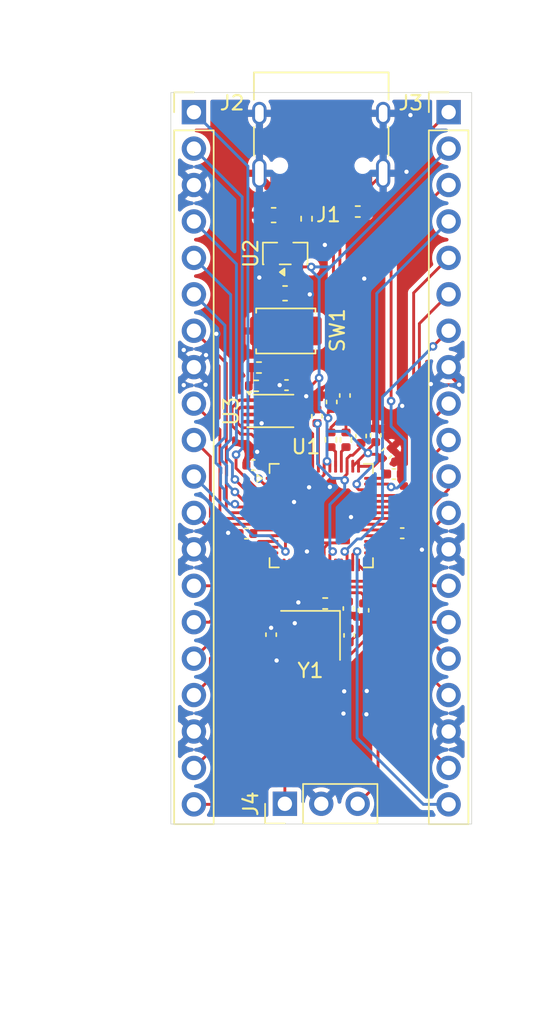
<source format=kicad_pcb>
(kicad_pcb (version 20241229) (generator "pcbnew") (generator_version "9.0")
  (layers (0 "F.Cu" signal) (2 "B.Cu" signal) (13 "F.Paste" user) (15 "B.Paste" user) (5 "F.SilkS" user "F.Silkscreen") (7 "B.SilkS" user "B.Silkscreen") (1 "F.Mask" user) (3 "B.Mask" user) (25 "Edge.Cuts" user))
  (net 0 "")
  (net 1 "+3V3")
  (net 2 "GND")
  (net 3 "+1V1")
  (net 4 "VBUS")
  (net 5 "Net-(C15-Pad2)")
  (net 6 "XIN")
  (net 7 "USB_D-")
  (net 8 "USB_D+")
  (net 9 "Net-(J1-CC2)")
  (net 10 "Net-(J1-CC1)")
  (net 11 "GPIO15")
  (net 12 "GPIO9")
  (net 13 "GPIO0")
  (net 14 "GPIO12")
  (net 15 "GPIO3")
  (net 16 "GPIO14")
  (net 17 "GPIO4")
  (net 18 "GPIO1")
  (net 19 "GPIO2")
  (net 20 "GPIO10")
  (net 21 "GPIO6")
  (net 22 "GPIO11")
  (net 23 "GPIO13")
  (net 24 "GPIO5")
  (net 25 "GPIO8")
  (net 26 "GPIO7")
  (net 27 "GPIO24")
  (net 28 "RUN")
  (net 29 "GPIO26_ADC0")
  (net 30 "GPIO21")
  (net 31 "GPIO29_ADC3")
  (net 32 "GPIO23")
  (net 33 "GPIO20")
  (net 34 "GPIO19")
  (net 35 "GPIO17")
  (net 36 "GPIO22")
  (net 37 "GPIO25")
  (net 38 "GPIO18")
  (net 39 "GPIO27_ADC1")
  (net 40 "GPIO28_ADC2")
  (net 41 "SWD")
  (net 42 "SWCLK")
  (net 43 "Net-(U1-USB_DP)")
  (net 44 "Net-(U1-USB_DM)")
  (net 45 "XOUT")
  (net 46 "Net-(R6-Pad1)")
  (net 47 "QSPI_SS")
  (net 48 "QSPI_SD3")
  (net 49 "QSPI_SCLK")
  (net 50 "QSPI_SD1")
  (net 51 "QSPI_SD2")
  (net 52 "QSPI_SD0")
  (net 53 "GPIO16")
  (footprint "Package_SON:Winbond_USON-8-1EP_3x2mm_P0.5mm_EP0.2x1.6mm" (layer "F.Cu") (at 75.15 80.3)
    (property "Reference" "U3")
    (property "Value" "W25Q128JVS")
  )
  (footprint "Capacitor_SMD:C_0402_1005Metric" (layer "F.Cu") (at 83.775 84.7)
    (property "Reference" "C7" (hide yes))
    (property "Value" "0.1uF")
  )
  (footprint "Button_Switch_SMD:SW_Push_SPST_NO_Alps_SKRK" (layer "F.Cu") (at 76.225 74.725)
    (property "Reference" "SW1")
    (property "Value" "SW_Push")
  )
  (footprint "Connector_PinHeader_2.54mm:PinHeader_1x20_P2.54mm_Vertical" (layer "F.Cu") (at 69.81 59.47)
    (property "Reference" "J2")
    (property "Value" "Conn_01x20")
  )
  (footprint "Capacitor_SMD:C_0603_1608Metric" (layer "F.Cu") (at 76.175 72.1 180)
    (property "Reference" "C13" (hide yes))
    (property "Value" "10uF")
  )
  (footprint "Capacitor_SMD:C_0402_1005Metric" (layer "F.Cu") (at 84.35 88.825)
    (property "Reference" "C17" (hide yes))
    (property "Value" "0.1uF")
  )
  (footprint "Resistor_SMD:R_0402_1005Metric" (layer "F.Cu") (at 79.375 82.3125 -90)
    (property "Reference" "R3" (hide yes))
    (property "Value" "27")
  )
  (footprint "Resistor_SMD:R_0402_1005Metric" (layer "F.Cu") (at 78.975 93.725)
    (property "Reference" "R5" (hide yes))
    (property "Value" "1K")
  )
  (footprint "Connector_PinHeader_2.54mm:PinHeader_1x03_P2.54mm_Vertical" (layer "F.Cu") (at 76.16 107.69 90)
    (property "Reference" "J4")
    (property "Value" "Conn_01x03")
  )
  (footprint "Capacitor_SMD:C_0402_1005Metric" (layer "F.Cu") (at 81.475 82.05 90)
    (property "Reference" "C12" (hide yes))
    (property "Value" "0.1uF")
  )
  (footprint "Resistor_SMD:R_0402_1005Metric" (layer "F.Cu") (at 81.25 66.4 180)
    (property "Reference" "R1" (hide yes))
    (property "Value" "5.1K")
  )
  (footprint "Resistor_SMD:R_0402_1005Metric" (layer "F.Cu") (at 74.15 78.55 180)
    (property "Reference" "R7" (hide yes))
    (property "Value" "10K")
  )
  (footprint "Capacitor_SMD:C_0402_1005Metric" (layer "F.Cu") (at 78.4 80.67 90)
    (property "Reference" "C11" (hide yes))
    (property "Value" "0.1uF")
  )
  (footprint "Package_DFN_QFN:QFN-56-1EP_7x7mm_P0.4mm_EP3.2x3.2mm" (layer "F.Cu") (at 78.7 87.6)
    (property "Reference" "U1")
    (property "Value" "RP2040")
  )
  (footprint "Resistor_SMD:R_0402_1005Metric" (layer "F.Cu") (at 74.35 77.275 180)
    (property "Reference" "R6" (hide yes))
    (property "Value" "1K")
  )
  (footprint "Capacitor_SMD:C_0402_1005Metric" (layer "F.Cu") (at 82.5 81.995 90)
    (property "Reference" "C4" (hide yes))
    (property "Value" "0.1uF")
  )
  (footprint "Capacitor_SMD:C_0402_1005Metric" (layer "F.Cu") (at 76.275 78.5 180)
    (property "Reference" "C1" (hide yes))
    (property "Value" "0.1uF")
  )
  (footprint "Capacitor_SMD:C_0402_1005Metric" (layer "F.Cu") (at 79.425 79.675 90)
    (property "Reference" "C6" (hide yes))
    (property "Value" "0.1uF")
  )
  (footprint "Connector_PinHeader_2.54mm:PinHeader_1x20_P2.54mm_Vertical" (layer "F.Cu") (at 87.59 59.47)
    (property "Reference" "J3")
    (property "Value" "Conn_01x20")
  )
  (footprint "Resistor_SMD:R_0402_1005Metric" (layer "F.Cu") (at 77.675 66.9 90)
    (property "Reference" "R2" (hide yes))
    (property "Value" "5.1K")
  )
  (footprint "Package_TO_SOT_SMD:SOT-23" (layer "F.Cu") (at 76.185 69.3225 90)
    (property "Reference" "U2")
    (property "Value" "MCP1700x-300xxTT")
  )
  (footprint "Capacitor_SMD:C_0402_1005Metric" (layer "F.Cu") (at 75.2 95.9 -90)
    (property "Reference" "C16" (hide yes))
    (property "Value" "33pF")
  )
  (footprint "Capacitor_SMD:C_0402_1005Metric" (layer "F.Cu") (at 83.275 83.25 45)
    (property "Reference" "C2" (hide yes))
    (property "Value" "0.1uF")
  )
  (footprint "Resistor_SMD:R_0402_1005Metric" (layer "F.Cu") (at 80.425 82.3125 90)
    (property "Reference" "R4" (hide yes))
    (property "Value" "27")
  )
  (footprint "Crystal:Crystal_SMD_3225-4Pin_3.2x2.5mm" (layer "F.Cu") (at 77.95 95.95 180)
    (property "Reference" "Y1")
    (property "Value" "12 MHz")
  )
  (footprint "Connector_USB:USB_C_Receptacle_HRO_TYPE-C-31-M-12" (layer "F.Cu") (at 78.7 60.6 180)
    (property "Reference" "J1")
    (property "Value" "USB_C_Receptacle_USB2.0_14P")
  )
  (footprint "Capacitor_SMD:C_0402_1005Metric" (layer "F.Cu") (at 80.35 79.225 90)
    (property "Reference" "C3" (hide yes))
    (property "Value" "0.1uF")
  )
  (footprint "Capacitor_SMD:C_0402_1005Metric" (layer "F.Cu") (at 73.95 84.075 180)
    (property "Reference" "C5" (hide yes))
    (property "Value" "0.1uF")
  )
  (footprint "Capacitor_SMD:C_0402_1005Metric" (layer "F.Cu") (at 73.475 88.85 180)
    (property "Reference" "C8" (hide yes))
    (property "Value" "0.1uF")
  )
  (footprint "Capacitor_SMD:C_0603_1608Metric" (layer "F.Cu") (at 75.375 66.65 180)
    (property "Reference" "C14" (hide yes))
    (property "Value" "10uF")
  )
  (footprint "Capacitor_SMD:C_0402_1005Metric" (layer "F.Cu") (at 81.65 94.2 -90)
    (property "Reference" "C10" (hide yes))
    (property "Value" "0.1uF")
  )
  (footprint "Capacitor_SMD:C_0402_1005Metric" (layer "F.Cu") (at 80.65 95.95 90)
    (property "Reference" "C15" (hide yes))
    (property "Value" "33pF")
  )
  (footprint "Capacitor_SMD:C_0402_1005Metric" (layer "F.Cu") (at 80.6 94.075 -90)
    (property "Reference" "C9" (hide yes))
    (property "Value" "0.1uF")
  )
  (gr_rect (start 68.2 58.1) (end 89.2 109.1) (stroke (width 0.05)) (fill no) (layer "Edge.Cuts"))
  (segment (start 75.2625 88.6) (end 75.825 88.6) (width 0.2) (layer "F.Cu") (net 1))
  (segment (start 82.1375 88.6) (end 83.545 88.6) (width 0.2) (layer "F.Cu") (net 1))
  (segment (start 75.2625 84.9075) (end 74.43 84.075) (width 0.2) (layer "F.Cu") (net 1))
  (segment (start 79.9 80.155) (end 80.35 79.705) (width 0.2) (layer "F.Cu") (net 1))
  (segment (start 79.3 84.007289) (end 79.1 83.807289) (width 0.2) (layer "F.Cu") (net 1))
  (segment (start 78.225 89.5) (end 79.199 89.5) (width 0.2) (layer "F.Cu") (net 1))
  (segment (start 81.9625 83.2375) (end 81.825 83.2375) (width 0.2) (layer "F.Cu") (net 1))
  (segment (start 75.975 85) (end 75.2625 85) (width 0.2) (layer "F.Cu") (net 1))
  (segment (start 78.9 84.1625) (end 78.9 84.75) (width 0.2) (layer "F.Cu") (net 1))
  (segment (start 75.321 77.889) (end 74.66 78.55) (width 0.2) (layer "F.Cu") (net 1))
  (segment (start 79.178223 80.401777) (end 79.425 80.155) (width 0.2) (layer "F.Cu") (net 1))
  (segment (start 78.9 84.1625) (end 78.9 84.007289) (width 0.2) (layer "F.Cu") (net 1))
  (segment (start 76 88.425) (end 76 85.325) (width 0.2) (layer "F.Cu") (net 1))
  (segment (start 81.3 84.1625) (end 82.3625 84.1625) (width 0.2) (layer "F.Cu") (net 1))
  (segment (start 76.240975 88.599) (end 76.60212 88.960145) (width 0.2) (layer "F.Cu") (net 1))
  (segment (start 82.935589 84.340589) (end 83.295 84.7) (width 0.2) (layer "F.Cu") (net 1))
  (segment (start 76.60212 88.960145) (end 76.60212 89.35212) (width 0.2) (layer "F.Cu") (net 1))
  (segment (start 80.601 89.049) (end 81.05 88.6) (width 0.2) (layer "F.Cu") (net 1))
  (segment (start 81.29375 83.76875) (end 80.9 84.1625) (width 0.2) (layer "F.Cu") (net 1))
  (segment (start 82.05 83.325) (end 82.45 83.325) (width 0.2) (layer "F.Cu") (net 1))
  (segment (start 79.425 80.155) (end 79.9 80.155) (width 0.2) (layer "F.Cu") (net 1))
  (segment (start 78.225 89.5) (end 78.9 90.175) (width 0.2) (layer "F.Cu") (net 1))
  (segment (start 81.3 84.1625) (end 81.3 83.775) (width 0.2) (layer "F.Cu") (net 1))
  (segment (start 75.2625 85) (end 75.2625 84.9075) (width 0.2) (layer "F.Cu") (net 1))
  (segment (start 76.755 78.5) (end 76.755 79.37) (width 0.2) (layer "F.Cu") (net 1))
  (segment (start 81.9625 83.2375) (end 81.9625 83.0125) (width 0.2) (layer "F.Cu") (net 1))
  (segment (start 81.3 83.775) (end 81.29375 83.76875) (width 0.2) (layer "F.Cu") (net 1))
  (segment (start 74.205 88.6) (end 73.955 88.85) (width 0.2) (layer "F.Cu") (net 1))
  (segment (start 75.825 88.6) (end 76 88.425) (width 0.2) (layer "F.Cu") (net 1))
  (segment (start 75.2625 88.6) (end 74.205 88.6) (width 0.2) (layer "F.Cu") (net 1))
  (segment (start 81.9625 83.0125) (end 82.5 82.475) (width 0.2) (layer "F.Cu") (net 1))
  (segment (start 78.05 78.5) (end 76.755 78.5) (width 0.2) (layer "F.Cu") (net 1))
  (segment (start 81.05 88.6) (end 82.1375 88.6) (width 0.2) (layer "F.Cu") (net 1))
  (segment (start 78.9 84.007289) (end 79.1 83.807289) (width 0.2) (layer "F.Cu") (net 1))
  (segment (start 79.3 84.1625) (end 79.3 84.007289) (width 0.2) (layer "F.Cu") (net 1))
  (segment (start 76.95 71.425) (end 76.95 72.1) (width 0.2) (layer "F.Cu") (net 1))
  (segment (start 80.601 89.501) (end 80.601 89.049) (width 0.2) (layer "F.Cu") (net 1))
  (segment (start 78 70.26) (end 77.135 70.26) (width 0.2) (layer "F.Cu") (net 1))
  (segment (start 77.135 71.24) (end 76.95 71.425) (width 0.2) (layer "F.Cu") (net 1))
  (segment (start 76 88.425) (end 76.174 88.599) (width 0.2) (layer "F.Cu") (net 1))
  (segment (start 76.15 85) (end 75.975 85) (width 0.2) (layer "F.Cu") (net 1))
  (segment (start 82.1375 85) (end 82.995 85) (width 0.2) (layer "F.Cu") (net 1))
  (segment (start 76.755 78.5) (end 76.144 77.889) (width 0.2) (layer "F.Cu") (net 1))
  (segment (start 78.9 90.175) (end 78.9 91.0375) (width 0.2) (layer "F.Cu") (net 1))
  (segment (start 76.75 89.5) (end 78.225 89.5) (width 0.2) (layer "F.Cu") (net 1))
  (segment (start 82.3625 84.1625) (end 82.935589 83.589411) (width 0.2) (layer "F.Cu") (net 1))
  (segment (start 81.825 83.2375) (end 81.29375 83.76875) (width 0.2) (layer "F.Cu") (net 1))
  (segment (start 82.935589 83.589411) (end 82.935589 84.340589) (width 0.2) (layer "F.Cu") (net 1))
  (segment (start 80.9 84.1625) (end 80.9 83.8) (width 0.2) (layer "F.Cu") (net 1))
  (segment (start 76.60212 89.35212) (end 76.75 89.5) (width 0.2) (layer "F.Cu") (net 1))
  (segment (start 76.755 79.37) (end 76.575 79.55) (width 0.2) (layer "F.Cu") (net 1))
  (segment (start 79.80434 93.104) (end 80.29534 93.595) (width 0.2) (layer "F.Cu") (net 1))
  (segment (start 83.545 88.6) (end 83.82 88.875) (width 0.2) (layer "F.Cu") (net 1))
  (segment (start 82.995 85) (end 83.295 84.7) (width 0.2) (layer "F.Cu") (net 1))
  (segment (start 82.671178 83.325) (end 82.935589 83.589411) (width 0.2) (layer "F.Cu") (net 1))
  (segment (start 79.199 89.5) (end 79.2 89.501) (width 0.2) (layer "F.Cu") (net 1))
  (segment (start 81.9625 83.2375) (end 82.05 83.325) (width 0.2) (layer "F.Cu") (net 1))
  (segment (start 79.16566 93.104) (end 79.80434 93.104) (width 0.2) (layer "F.Cu") (net 1))
  (segment (start 78.9 90.175) (end 78.9 89.85) (width 0.2) (layer "F.Cu") (net 1))
  (segment (start 78.9 84.75) (end 78.65 85) (width 0.2) (layer "F.Cu") (net 1))
  (segment (start 79.2 89.501) (end 80.601 89.501) (width 0.2) (layer "F.Cu") (net 1))
  (segment (start 80.29534 93.595) (end 80.6 93.595) (width 0.2) (layer "F.Cu") (net 1))
  (segment (start 79.178223 80.803404) (end 79.178223 80.401777) (width 0.2) (layer "F.Cu") (net 1))
  (segment (start 76.325 85) (end 76.15 85) (width 0.2) (layer "F.Cu") (net 1))
  (segment (start 82.45 83.325) (end 82.671178 83.325) (width 0.2) (layer "F.Cu") (net 1))
  (segment (start 76 85.15) (end 76 85.025) (width 0.2) (layer "F.Cu") (net 1))
  (segment (start 76.174 88.599) (end 76.240975 88.599) (width 0.2) (layer "F.Cu") (net 1))
  (segment (start 76.144 77.889) (end 75.321 77.889) (width 0.2) (layer "F.Cu") (net 1))
  (segment (start 76 85.025) (end 75.975 85) (width 0.2) (layer "F.Cu") (net 1))
  (segment (start 78.65 85) (end 76.325 85) (width 0.2) (layer "F.Cu") (net 1))
  (segment (start 78.9 89.85) (end 79.25 89.5) (width 0.2) (layer "F.Cu") (net 1))
  (segment (start 76 85.325) (end 76 85.15) (width 0.2) (layer "F.Cu") (net 1))
  (segment (start 78.9 92.83834) (end 79.16566 93.104) (width 0.2) (layer "F.Cu") (net 1))
  (segment (start 78.55 78) (end 78.05 78.5) (width 0.2) (layer "F.Cu") (net 1))
  (segment (start 76 85.15) (end 76.15 85) (width 0.2) (layer "F.Cu") (net 1))
  (segment (start 77.135 70.26) (end 77.135 71.24) (width 0.2) (layer "F.Cu") (net 1))
  (segment (start 78.9 91.0375) (end 78.9 92.83834) (width 0.2) (layer "F.Cu") (net 1))
  (via (at 79.1 83.807289) (size 0.6) (drill 0.3) (layers "F.Cu" "B.Cu") (net 1))
  (via (at 78.55 78) (size 0.6) (drill 0.3) (layers "F.Cu" "B.Cu") (net 1))
  (via (at 79.178223 80.803404) (size 0.6) (drill 0.3) (layers "F.Cu" "B.Cu") (net 1))
  (via (at 78 70.26) (size 0.6) (drill 0.3) (layers "F.Cu" "B.Cu") (net 1))
  (via (at 81.9625 83.2375) (size 0.6) (drill 0.3) (layers "F.Cu" "B.Cu") (net 1))
  (segment (start 80.45 81.725) (end 79.1 81.725) (width 0.2) (layer "B.Cu") (net 1))
  (segment (start 79.299485 80.924485) (end 79.299485 80.858455) (width 0.2) (layer "B.Cu") (net 1))
  (segment (start 79.1 81.12397) (end 79.1 80.881627) (width 0.2) (layer "B.Cu") (net 1))
  (segment (start 78.55 80.175181) (end 79.178223 80.803404) (width 0.2) (layer "B.Cu") (net 1))
  (segment (start 78.55 70.26) (end 79.34 70.26) (width 0.2) (layer "B.Cu") (net 1))
  (segment (start 78.55 71.075) (end 78.55 80.175181) (width 0.2) (layer "B.Cu") (net 1))
  (segment (start 79.1 80.881627) (end 79.178223 80.803404) (width 0.2) (layer "B.Cu") (net 1))
  (segment (start 79.34 70.26) (end 87.59 62.01) (width 0.2) (layer "B.Cu") (net 1))
  (segment (start 79.1 81.725) (end 79.1 81.12397) (width 0.2) (layer "B.Cu") (net 1))
  (segment (start 79.1 83.807289) (end 79.1 81.725) (width 0.2) (layer "B.Cu") (net 1))
  (segment (start 78.55 71.075) (end 78.55 71.05) (width 0.2) (layer "B.Cu") (net 1))
  (segment (start 81.9625 83.2375) (end 80.45 81.725) (width 0.2) (layer "B.Cu") (net 1))
  (segment (start 78.55 71.05) (end 79.34 70.26) (width 0.2) (layer "B.Cu") (net 1))
  (segment (start 78 70.26) (end 78.55 70.26) (width 0.2) (layer "B.Cu") (net 1))
  (segment (start 78 70.5) (end 78 70.26) (width 0.2) (layer "B.Cu") (net 1))
  (segment (start 78.55 71.05) (end 78 70.5) (width 0.2) (layer "B.Cu") (net 1))
  (segment (start 72.995 88.85) (end 72.25 88.85) (width 0.2) (layer "F.Cu") (net 2))
  (segment (start 82.445 81.57) (end 82.5 81.515) (width 0.2) (layer "F.Cu") (net 2))
  (segment (start 81.525 94.555) (end 81.65 94.68) (width 0.2) (layer "F.Cu") (net 2))
  (segment (start 88.325 78.475) (end 86.4 78.475) (width 0.2) (layer "F.Cu") (net 2))
  (segment (start 74.457725 96.575275) (end 74.457725 96.162275) (width 0.2) (layer "F.Cu") (net 2))
  (segment (start 78.149 97.701) (end 75.58345 97.701) (width 0.2) (layer "F.Cu") (net 2))
  (segment (start 76.85 95.1) (end 75.52 95.1) (width 0.2) (layer "F.Cu") (net 2))
  (segment (start 81.475 81.57) (end 82.445 81.57) (width 0.2) (layer "F.Cu") (net 2))
  (segment (start 75.52 95.1) (end 75.2 95.42) (width 0.2) (layer "F.Cu") (net 2))
  (segment (start 75.58345 97.701) (end 74.457725 96.575275) (width 0.2) (layer "F.Cu") (net 2))
  (segment (start 81.95 66.21) (end 81.76 66.4) (width 0.2) (layer "F.Cu") (net 2))
  (segment (start 80.35 78.745) (end 79.875 78.745) (width 0.2) (layer "F.Cu") (net 2))
  (segment (start 86.415 78.425) (end 87.59 77.25) (width 0.2) (layer "F.Cu") (net 2))
  (segment (start 77.875 85.6) (end 77.875 85.5) (width 0.2) (layer "F.Cu") (net 2))
  (segment (start 80.28 96.8) (end 80.65 96.43) (width 0.2) (layer "F.Cu") (net 2))
  (segment (start 77.73 79.195) (end 77.65 79.275) (width 0.2) (layer "F.Cu") (net 2))
  (segment (start 80.6 94.555) (end 81.525 94.555) (width 0.2) (layer "F.Cu") (net 2))
  (segment (start 73.47 83.905) (end 74.225 83.15) (width 0.2) (layer "F.Cu") (net 2))
  (segment (start 78.4 80.025) (end 77.65 79.275) (width 0.2) (layer "F.Cu") (net 2))
  (segment (start 81.65 95.43) (end 80.65 96.43) (width 0.2) (layer "F.Cu") (net 2))
  (segment (start 74.5375 81.1625) (end 74.425 81.05) (width 0.2) (layer "F.Cu") (net 2))
  (segment (start 81.65 94.68) (end 81.65 95.43) (width 0.2) (layer "F.Cu") (net 2))
  (segment (start 84.255 83.551178) (end 83.614411 82.910589) (width 0.2) (layer "F.Cu") (net 2))
  (segment (start 82.105 64.645) (end 83.02 63.73) (width 0.2) (layer "F.Cu") (net 2))
  (segment (start 77.7 91.0375) (end 77.7 90.1) (width 0.2) (layer "F.Cu") (net 2))
  (segment (start 81.95 64.645) (end 81.95 66.21) (width 0.2) (layer "F.Cu") (net 2))
  (segment (start 75.45 64.645) (end 75.295 64.645) (width 0.2) (layer "F.Cu") (net 2))
  (segment (start 83.02 63.48) (end 83.02 63.73) (width 0.2) (layer "F.Cu") (net 2))
  (segment (start 74.38 63.73) (end 74.535 63.73) (width 0.2) (layer "F.Cu") (net 2))
  (segment (start 79.425 79.195) (end 77.73 79.195) (width 0.2) (layer "F.Cu") (net 2))
  (segment (start 84.255 84.7) (end 84.255 83.551178) (width 0.2) (layer "F.Cu") (net 2))
  (segment (start 83.614411 82.629411) (end 83.614411 82.910589) (width 0.2) (layer "F.Cu") (net 2))
  (segment (start 77.7 88.6) (end 78.7 87.6) (width 0.2) (layer "F.Cu") (net 2))
  (segment (start 74.38 63.73) (end 74.38 63.673992) (width 0.2) (layer "F.Cu") (net 2))
  (segment (start 81.95 64.645) (end 82.105 64.645) (width 0.2) (layer "F.Cu") (net 2))
  (segment (start 74.425 81.05) (end 73.725 81.05) (width 0.2) (layer "F.Cu") (net 2))
  (segment (start 74.457725 96.162275) (end 75.2 95.42) (width 0.2) (layer "F.Cu") (net 2))
  (segment (start 72.25 88.85) (end 72.2 88.8) (width 0.2) (layer "F.Cu") (net 2))
  (segment (start 73.47 84.075) (end 73.47 83.905) (width 0.2) (layer "F.Cu") (net 2))
  (segment (start 86.4 78.475) (end 86.35 78.425) (width 0.2) (layer "F.Cu") (net 2))
  (segment (start 87.59 77.25) (end 87.59 77.74) (width 0.2) (layer "F.Cu") (net 2))
  (segment (start 79.05 96.8) (end 80.28 96.8) (width 0.2) (layer "F.Cu") (net 2))
  (segment (start 78.4 80.19) (end 78.4 80.025) (width 0.2) (layer "F.Cu") (net 2))
  (segment (start 82.5 81.515) (end 83.614411 82.629411) (width 0.2) (layer "F.Cu") (net 2))
  (segment (start 79.05 96.8) (end 78.149 97.701) (width 0.2) (layer "F.Cu") (net 2))
  (segment (start 87.59 77.74) (end 88.325 78.475) (width 0.2) (layer "F.Cu") (net 2))
  (segment (start 86.35 78.425) (end 86.415 78.425) (width 0.2) (layer "F.Cu") (net 2))
  (segment (start 75.295 64.645) (end 74.38 63.73) (width 0.2) (layer "F.Cu") (net 2))
  (segment (start 79.875 78.745) (end 79.425 79.195) (width 0.2) (layer "F.Cu") (net 2))
  (segment (start 77.85 85.625) (end 77.875 85.6) (width 0.2) (layer "F.Cu") (net 2))
  (via (at 88.325 78.475) (size 0.6) (drill 0.3) (layers "F.Cu" "B.Cu") (net 2))
  (via (at 84.35 79.95) (size 0.6) (drill 0.3) (layers "F.Cu" "B.Cu") (net 2))
  (via (at 84.925 59.675) (size 0.6) (drill 0.3) (layers "F.Cu" "B.Cu") (net 2))
  (via (at 74.5375 81.1625) (size 0.6) (drill 0.3) (layers "F.Cu" "B.Cu") (net 2))
  (via (at 70.655 76.405) (size 0.6) (drill 0.3) (layers "F.Cu" "B.Cu") (net 2))
  (via (at 81.7 71.075) (size 0.6) (drill 0.3) (layers "F.Cu" "B.Cu") (net 2))
  (via (at 86.35 78.425) (size 0.6) (drill 0.3) (layers "F.Cu" "B.Cu") (net 2))
  (via (at 69.1 76.05) (size 0.6) (drill 0.3) (layers "F.Cu" "B.Cu") (net 2))
  (via (at 80.25 101.4) (size 0.6) (drill 0.3) (layers "F.Cu" "B.Cu") (net 2))
  (via (at 72.2 88.8) (size 0.6) (drill 0.3) (layers "F.Cu" "B.Cu") (net 2))
  (via (at 70.625 78.475) (size 0.6) (drill 0.3) (layers "F.Cu" "B.Cu") (net 2))
  (via (at 77.85 85.625) (size 0.6) (drill 0.3) (layers "F.Cu" "B.Cu") (net 2))
  (via (at 75.58345 97.701) (size 0.6) (drill 0.3) (layers "F.Cu" "B.Cu") (net 2))
  (via (at 76.8 86.65) (size 0.6) (drill 0.3) (layers "F.Cu" "B.Cu") (net 2))
  (via (at 80.3 99.85) (size 0.6) (drill 0.3) (layers "F.Cu" "B.Cu") (net 2))
  (via (at 74.375 71) (size 0.6) (drill 0.3) (layers "F.Cu" "B.Cu") (net 2))
  (via (at 69.1 78.5) (size 0.6) (drill 0.3) (layers "F.Cu" "B.Cu") (net 2))
  (via (at 74.225 83.15) (size 0.6) (drill 0.3) (layers "F.Cu" "B.Cu") (net 2))
  (via (at 77.9 72.175) (size 0.6) (drill 0.3) (layers "F.Cu" "B.Cu") (net 2))
  (via (at 81.85 101.45) (size 0.6) (drill 0.3) (layers "F.Cu" "B.Cu") (net 2))
  (via (at 77.7 90.1) (size 0.6) (drill 0.3) (layers "F.Cu" "B.Cu") (net 2))
  (via (at 77.65 79.275) (size 0.6) (drill 0.3) (layers "F.Cu" "B.Cu") (net 2))
  (via (at 81.875 99.825) (size 0.6) (drill 0.3) (layers "F.Cu" "B.Cu") (net 2))
  (via (at 71.375 74.925) (size 0.6) (drill 0.3) (layers "F.Cu" "B.Cu") (net 2))
  (via (at 84.65 63.625) (size 0.6) (drill 0.3) (layers "F.Cu" "B.Cu") (net 2))
  (via (at 85.725 89.975) (size 0.6) (drill 0.3) (layers "F.Cu" "B.Cu") (net 2))
  (via (at 78.95 68.725) (size 0.6) (drill 0.3) (layers "F.Cu" "B.Cu") (net 2))
  (via (at 77.1 93.65) (size 0.6) (drill 0.3) (layers "F.Cu" "B.Cu") (net 2))
  (via (at 76.85 95.1) (size 0.6) (drill 0.3) (layers "F.Cu" "B.Cu") (net 2))
  (via (at 75.2 95.42) (size 0.6) (drill 0.3) (layers "F.Cu" "B.Cu") (net 2))
  (via (at 75.795 78.5) (size 0.6) (drill 0.3) (layers "F.Cu" "B.Cu") (net 2))
  (via (at 79.3 85.6) (size 0.6) (drill 0.3) (layers "F.Cu" "B.Cu") (net 2))
  (via (at 80.775 87.7) (size 0.6) (drill 0.3) (layers "F.Cu" "B.Cu") (net 2))
  (segment (start 71.375 75.685) (end 71.375 74.925) (width 0.2) (layer "B.Cu") (net 2))
  (segment (start 70.655 76.405) (end 71.375 75.685) (width 0.2) (layer "B.Cu") (net 2))
  (segment (start 69.81 77.25) (end 70.655 76.405) (width 0.2) (layer "B.Cu") (net 2))
  (segment (start 80.5 84.1625) (end 80.5 83.6185) (width 0.2) (layer "F.Cu") (net 3))
  (segment (start 79.975 92.7) (end 80.25 92.975) (width 0.2) (layer "F.Cu") (net 3))
  (segment (start 80.891499 83.3935) (end 81.475 82.809999) (width 0.2) (layer "F.Cu") (net 3))
  (segment (start 80.25 92.975) (end 81.475 92.975) (width 0.2) (layer "F.Cu") (net 3))
  (segment (start 81.475 92.975) (end 81.65 93.15) (width 0.2) (layer "F.Cu") (net 3))
  (segment (start 80.335206 85.131745) (end 80.202461 84.999) (width 0.2) (layer "F.Cu") (net 3))
  (segment (start 79.5 90.122387) (end 79.3 90.322387) (width 0.2) (layer "F.Cu") (net 3))
  (segment (start 78.5 81.25) (end 78.5 84.1625) (width 0.2) (layer "F.Cu") (net 3))
  (segment (start 79.625 92.7) (end 79.975 92.7) (width 0.2) (layer "F.Cu") (net 3))
  (segment (start 80.725 83.3935) (end 80.891499 83.3935) (width 0.2) (layer "F.Cu") (net 3))
  (segment (start 81.4 82.555) (end 81.4 82.676) (width 0.2) (layer "F.Cu") (net 3))
  (segment (start 80.5 84.697774) (end 80.5 84.1625) (width 0.2) (layer "F.Cu") (net 3))
  (segment (start 79.3 92.375) (end 79.625 92.7) (width 0.2) (layer "F.Cu") (net 3))
  (segment (start 80.335206 85.131745) (end 80.335206 84.862568) (width 0.2) (layer "F.Cu") (net 3))
  (segment (start 80.5 83.6185) (end 80.725 83.3935) (width 0.2) (layer "F.Cu") (net 3))
  (segment (start 81.475 82.809999) (end 81.475 82.53) (width 0.2) (layer "F.Cu") (net 3))
  (segment (start 79.3 91.0375) (end 79.3 92.375) (width 0.2) (layer "F.Cu") (net 3))
  (segment (start 79.3 90.322387) (end 79.3 91.0375) (width 0.2) (layer "F.Cu") (net 3))
  (segment (start 81.65 93.15) (end 81.65 93.72) (width 0.2) (layer "F.Cu") (net 3))
  (segment (start 80.335206 84.862568) (end 80.5 84.697774) (width 0.2) (layer "F.Cu") (net 3))
  (segment (start 78.4 81.15) (end 78.5 81.25) (width 0.2) (layer "F.Cu") (net 3))
  (segment (start 79.5 90.101) (end 79.5 90.122387) (width 0.2) (layer "F.Cu") (net 3))
  (via (at 80.335206 85.131745) (size 0.6) (drill 0.3) (layers "F.Cu" "B.Cu") (net 3))
  (via (at 79.5 90.101) (size 0.6) (drill 0.3) (layers "F.Cu" "B.Cu") (net 3))
  (via (at 78.4375 81.1875) (size 0.6) (drill 0.3) (layers "F.Cu" "B.Cu") (net 3))
  (segment (start 79.3 89.887126) (end 79.3 86.82487) (width 0.2) (layer "B.Cu") (net 3))
  (segment (start 79.3 86.82487) (end 80.335206 85.789664) (width 0.2) (layer "B.Cu") (net 3))
  (segment (start 79.502945 90.098055) (end 79.502945 90.090071) (width 0.2) (layer "B.Cu") (net 3))
  (segment (start 80.335206 85.789664) (end 80.335206 85.131745) (width 0.2) (layer "B.Cu") (net 3))
  (segment (start 79.5 90.101) (end 79.502945 90.098055) (width 0.2) (layer "B.Cu") (net 3))
  (segment (start 80.335206 85.131745) (end 80.202461 84.999) (width 0.2) (layer "B.Cu") (net 3))
  (segment (start 80.202461 84.999) (end 79.441768 84.999) (width 0.2) (layer "B.Cu") (net 3))
  (segment (start 79.502945 90.090071) (end 79.3 89.887126) (width 0.2) (layer "B.Cu") (net 3))
  (segment (start 79.441768 84.999) (end 78.4375 83.994732) (width 0.2) (layer "B.Cu") (net 3))
  (segment (start 78.4375 83.994732) (end 78.4375 81.1875) (width 0.2) (layer "B.Cu") (net 3))
  (segment (start 76.25 64.025) (end 77.751 62.524) (width 0.2) (layer "F.Cu") (net 4))
  (segment (start 76.35 64.745) (end 76.25 64.645) (width 0.2) (layer "F.Cu") (net 4))
  (segment (start 76.15 68.35) (end 76.185 68.385) (width 0.2) (layer "F.Cu") (net 4))
  (segment (start 81.15 64.026) (end 81.15 64.645) (width 0.2) (layer "F.Cu") (net 4))
  (segment (start 76.25 64.645) (end 76.25 64.025) (width 0.2) (layer "F.Cu") (net 4))
  (segment (start 79.648 62.524) (end 81.397 60.775) (width 0.2) (layer "F.Cu") (net 4))
  (segment (start 76.25 66.55) (end 76.15 66.65) (width 0.2) (layer "F.Cu") (net 4))
  (segment (start 81.397 60.775) (end 86.285 60.775) (width 0.2) (layer "F.Cu") (net 4))
  (segment (start 79.648 62.524) (end 81.15 64.026) (width 0.2) (layer "F.Cu") (net 4))
  (segment (start 86.285 60.775) (end 87.59 59.47) (width 0.2) (layer "F.Cu") (net 4))
  (segment (start 77.751 62.524) (end 79.648 62.524) (width 0.2) (layer "F.Cu") (net 4))
  (segment (start 76.355 67.795) (end 76.35 67.8) (width 0.2) (layer "F.Cu") (net 4))
  (segment (start 76.15 66.65) (end 76.15 68.35) (width 0.2) (layer "F.Cu") (net 4))
  (segment (start 76.25 64.645) (end 76.25 66.55) (width 0.2) (layer "F.Cu") (net 4))
  (segment (start 79.42 95.47) (end 80.65 95.47) (width 0.2) (layer "F.Cu") (net 5))
  (segment (start 79.485 94.665) (end 79.05 95.1) (width 0.2) (layer "F.Cu") (net 5))
  (segment (start 79.485 93.725) (end 79.485 94.665) (width 0.2) (layer "F.Cu") (net 5))
  (segment (start 79.05 95.1) (end 79.42 95.47) (width 0.2) (layer "F.Cu") (net 5))
  (segment (start 78.1 91.0375) (end 78.1 93.101) (width 0.2) (layer "F.Cu") (net 6))
  (segment (start 77.851 95.799) (end 77.851 93.35) (width 0.2) (layer "F.Cu") (net 6))
  (segment (start 78.1 93.101) (end 77.851 93.35) (width 0.2) (layer "F.Cu") (net 6))
  (segment (start 76.85 96.8) (end 75.62 96.8) (width 0.2) (layer "F.Cu") (net 6))
  (segment (start 75.62 96.8) (end 75.2 96.38) (width 0.2) (layer "F.Cu") (net 6))
  (segment (start 76.85 96.8) (end 77.851 95.799) (width 0.2) (layer "F.Cu") (net 6))
  (segment (start 80.425 81.203918) (end 81.41098 80.217938) (width 0.2) (layer "F.Cu") (net 7))
  (segment (start 80.00098 76.822062) (end 80.00098 76.364486) (width 0.2) (layer "F.Cu") (net 7))
  (segment (start 79.425 65.757501) (end 79.45 65.732501) (width 0.2) (layer "F.Cu") (net 7))
  (segment (start 81.41098 78.232062) (end 80.00098 76.822062) (width 0.2) (layer "F.Cu") (net 7))
  (segment (start 80.425 81.8025) (end 80.425 81.203918) (width 0.2) (layer "F.Cu") (net 7))
  (segment (start 79.401 63.619) (end 79.45 63.668) (width 0.2) (layer "F.Cu") (net 7))
  (segment (start 78.45 63.668) (end 78.499 63.619) (width 0.2) (layer "F.Cu") (net 7))
  (segment (start 79.45 65.732501) (end 79.45 64.645) (width 0.2) (layer "F.Cu") (net 7))
  (segment (start 80.00098 74.523898) (end 80.00098 68.289669) (width 0.2) (layer "F.Cu") (net 7))
  (segment (start 80.00098 75.464146) (end 80.00098 75.164486) (width 0.2) (layer "F.Cu") (net 7))
  (segment (start 80.30132 76.064146) (end 80.30132 75.764486) (width 0.2) (layer "F.Cu") (net 7))
  (segment (start 80.00098 75.164486) (end 80.00098 74.523898) (width 0.2) (layer "F.Cu") (net 7))
  (segment (start 80.00098 68.289669) (end 79.425 67.713689) (width 0.2) (layer "F.Cu") (net 7))
  (segment (start 78.499 63.619) (end 79.401 63.619) (width 0.2) (layer "F.Cu") (net 7))
  (segment (start 79.45 63.668) (end 79.45 64.645) (width 0.2) (layer "F.Cu") (net 7))
  (segment (start 78.45 64.645) (end 78.45 63.668) (width 0.2) (layer "F.Cu") (net 7))
  (segment (start 81.41098 80.217938) (end 81.41098 78.232062) (width 0.2) (layer "F.Cu") (net 7))
  (segment (start 79.425 67.713689) (end 79.425 65.757501) (width 0.2) (layer "F.Cu") (net 7))
  (arc (start 80.15115 76.214316) (mid 80.257336 76.170332) (end 80.30132 76.064146) (width 0.2) (layer "F.Cu") (net 7))
  (arc (start 80.00098 76.364486) (mid 80.044964 76.2583) (end 80.15115 76.214316) (width 0.2) (layer "F.Cu") (net 7))
  (arc (start 80.15115 75.614316) (mid 80.044964 75.570332) (end 80.00098 75.464146) (width 0.2) (layer "F.Cu") (net 7))
  (arc (start 80.30132 75.764486) (mid 80.257336 75.6583) (end 80.15115 75.614316) (width 0.2) (layer "F.Cu") (net 7))
  (segment (start 77.999 65.671) (end 78.901 65.671) (width 0.2) (layer "F.Cu") (net 8))
  (segment (start 80.961 78.41845) (end 79.551 77.00845) (width 0.2) (layer "F.Cu") (net 8))
  (segment (start 80.70655 80.286) (end 80.961 80.03155) (width 0.2) (layer "F.Cu") (net 8))
  (segment (start 78.95 65.622) (end 78.95 64.645) (width 0.2) (layer "F.Cu") (net 8))
  (segment (start 78.975 65.757501) (end 78.95 65.732501) (width 0.2) (layer "F.Cu") (net 8))
  (segment (start 77.95 64.645) (end 77.95 65.622) (width 0.2) (layer "F.Cu") (net 8))
  (segment (start 80.961 80.03155) (end 80.961 78.41845) (width 0.2) (layer "F.Cu") (net 8))
  (segment (start 78.975 67.900057) (end 78.975 65.757501) (width 0.2) (layer "F.Cu") (net 8))
  (segment (start 79.375 81.45657) (end 80.54557 80.286) (width 0.2) (layer "F.Cu") (net 8))
  (segment (start 79.375 81.8025) (end 79.375 81.45657) (width 0.2) (layer "F.Cu") (net 8))
  (segment (start 79.551 77.00845) (end 79.551 68.476057) (width 0.2) (layer "F.Cu") (net 8))
  (segment (start 80.54557 80.286) (end 80.70655 80.286) (width 0.2) (layer "F.Cu") (net 8))
  (segment (start 78.901 65.671) (end 78.95 65.622) (width 0.2) (layer "F.Cu") (net 8))
  (segment (start 77.95 65.622) (end 77.999 65.671) (width 0.2) (layer "F.Cu") (net 8))
  (segment (start 79.551 68.476057) (end 78.975 67.900057) (width 0.2) (layer "F.Cu") (net 8))
  (segment (start 78.95 65.732501) (end 78.95 64.645) (width 0.2) (layer "F.Cu") (net 8))
  (segment (start 77.675 66.39) (end 77.355001 66.39) (width 0.2) (layer "F.Cu") (net 9))
  (segment (start 77.355001 66.39) (end 76.95 65.984999) (width 0.2) (layer "F.Cu") (net 9))
  (segment (start 76.95 65.984999) (end 76.95 64.645) (width 0.2) (layer "F.Cu") (net 9))
  (segment (start 80.74 66.4) (end 79.95 65.61) (width 0.2) (layer "F.Cu") (net 10))
  (segment (start 79.95 65.61) (end 79.95 64.645) (width 0.2) (layer "F.Cu") (net 10))
  (segment (start 77.3 91.0375) (end 77.3 92.38245) (width 0.2) (layer "F.Cu") (net 11))
  (segment (start 77.3 92.38245) (end 73.125 96.55745) (width 0.2) (layer "F.Cu") (net 11))
  (segment (start 73.125 105.675) (end 71.07 107.73) (width 0.2) (layer "F.Cu") (net 11))
  (segment (start 71.07 107.73) (end 69.81 107.73) (width 0.2) (layer "F.Cu") (net 11))
  (segment (start 73.125 96.55745) (end 73.125 105.675) (width 0.2) (layer "F.Cu") (net 11))
  (segment (start 73.525 90.225) (end 72.625 90.225) (width 0.2) (layer "F.Cu") (net 12))
  (segment (start 74.34255 89.4) (end 73.525 90.21755) (width 0.2) (layer "F.Cu") (net 12))
  (segment (start 72.625 90.225) (end 69.81 87.41) (width 0.2) (layer "F.Cu") (net 12))
  (segment (start 75.2625 89.4) (end 74.34255 89.4) (width 0.2) (layer "F.Cu") (net 12))
  (segment (start 73.525 90.21755) (end 73.525 90.225) (width 0.2) (layer "F.Cu") (net 12))
  (segment (start 74.705977 85.4) (end 74.325 85.019023) (width 0.2) (layer "F.Cu") (net 13))
  (segment (start 75.2625 85.4) (end 74.705977 85.4) (width 0.2) (layer "F.Cu") (net 13))
  (via (at 74.325 85.019023) (size 0.6) (drill 0.3) (layers "F.Cu" "B.Cu") (net 13))
  (segment (start 74.325 85.019023) (end 73.579 84.273023) (width 0.2) (layer "B.Cu") (net 13))
  (segment (start 73.579 84.273023) (end 73.579 63.239) (width 0.2) (layer "B.Cu") (net 13))
  (segment (start 73.579 63.239) (end 69.81 59.47) (width 0.2) (layer "B.Cu") (net 13))
  (segment (start 76.1 91.0375) (end 76.1 91.28) (width 0.2) (layer "F.Cu") (net 14))
  (segment (start 76.1 91.28) (end 69.81 97.57) (width 0.2) (layer "F.Cu") (net 14))
  (segment (start 75.2625 86.6) (end 74.25 86.6) (width 0.2) (layer "F.Cu") (net 15))
  (segment (start 74.25 86.6) (end 73.323 86.6) (width 0.2) (layer "F.Cu") (net 15))
  (segment (start 73.323 86.6) (end 72.673 85.95) (width 0.2) (layer "F.Cu") (net 15))
  (via (at 72.673 85.95) (size 0.6) (drill 0.3) (layers "F.Cu" "B.Cu") (net 15))
  (segment (start 72.099 84.115043) (end 71.749 83.765043) (width 0.2) (layer "B.Cu") (net 15))
  (segment (start 72.072 84.827792) (end 72.099 84.800792) (width 0.2) (layer "B.Cu") (net 15))
  (segment (start 72.376 72.196) (end 69.81 69.63) (width 0.2) (layer "B.Cu") (net 15))
  (segment (start 71.749 82.934957) (end 72.376 82.307957) (width 0.2) (layer "B.Cu") (net 15))
  (segment (start 72.376 82.307957) (end 72.376 72.196) (width 0.2) (layer "B.Cu") (net 15))
  (segment (start 72.175 85.428678) (end 72.072 85.325678) (width 0.2) (layer "B.Cu") (net 15))
  (segment (start 71.749 83.765043) (end 71.749 82.934957) (width 0.2) (layer "B.Cu") (net 15))
  (segment (start 72.099 84.800792) (end 72.099 84.115043) (width 0.2) (layer "B.Cu") (net 15))
  (segment (start 72.072 85.325678) (end 72.072 84.827792) (width 0.2) (layer "B.Cu") (net 15))
  (segment (start 72.673 85.95) (end 72.175 85.452) (width 0.2) (layer "B.Cu") (net 15))
  (segment (start 72.175 85.452) (end 72.175 85.428678) (width 0.2) (layer "B.Cu") (net 15))
  (segment (start 72.724 96.351) (end 76.9 92.175) (width 0.2) (layer "F.Cu") (net 16))
  (segment (start 69.81 105.19) (end 72.724 102.276) (width 0.2) (layer "F.Cu") (net 16))
  (segment (start 72.724 102.276) (end 72.724 96.351) (width 0.2) (layer "F.Cu") (net 16))
  (segment (start 76.9 92.175) (end 76.9 91.0375) (width 0.2) (layer "F.Cu") (net 16))
  (segment (start 72.873 87) (end 72.673 86.8) (width 0.2) (layer "F.Cu") (net 17))
  (segment (start 75.2625 87) (end 72.873 87) (width 0.2) (layer "F.Cu") (net 17))
  (via (at 72.673 86.8) (size 0.6) (drill 0.3) (layers "F.Cu" "B.Cu") (net 17))
  (segment (start 71.698 84.634692) (end 71.698 84.281143) (width 0.2) (layer "B.Cu") (net 17))
  (segment (start 72.673 86.8) (end 72.3071 86.8) (width 0.2) (layer "B.Cu") (net 17))
  (segment (start 71.348 82.768857) (end 71.975 82.141857) (width 0.2) (layer "B.Cu") (net 17))
  (segment (start 71.348 83.931143) (end 71.348 82.768857) (width 0.2) (layer "B.Cu") (net 17))
  (segment (start 71.975 74.335) (end 69.81 72.17) (width 0.2) (layer "B.Cu") (net 17))
  (segment (start 71.774 85.6181) (end 71.774 85.594778) (width 0.2) (layer "B.Cu") (net 17))
  (segment (start 71.925 85.7691) (end 71.774 85.6181) (width 0.2) (layer "B.Cu") (net 17))
  (segment (start 72.3071 86.8) (end 71.925 86.4179) (width 0.2) (layer "B.Cu") (net 17))
  (segment (start 71.671 85.491778) (end 71.671 84.661692) (width 0.2) (layer "B.Cu") (net 17))
  (segment (start 71.671 84.661692) (end 71.698 84.634692) (width 0.2) (layer "B.Cu") (net 17))
  (segment (start 71.975 82.141857) (end 71.975 74.335) (width 0.2) (layer "B.Cu") (net 17))
  (segment (start 71.774 85.594778) (end 71.671 85.491778) (width 0.2) (layer "B.Cu") (net 17))
  (segment (start 71.698 84.281143) (end 71.348 83.931143) (width 0.2) (layer "B.Cu") (net 17))
  (segment (start 71.925 86.4179) (end 71.925 85.7691) (width 0.2) (layer "B.Cu") (net 17))
  (segment (start 74.25745 85.8) (end 72.751 84.29355) (width 0.2) (layer "F.Cu") (net 18))
  (segment (start 75.2625 85.8) (end 74.25745 85.8) (width 0.2) (layer "F.Cu") (net 18))
  (segment (start 72.751 84.29355) (end 72.751 83.35) (width 0.2) (layer "F.Cu") (net 18))
  (via (at 72.751 83.35) (size 0.6) (drill 0.3) (layers "F.Cu" "B.Cu") (net 18))
  (segment (start 73.178 65.378) (end 69.81 62.01) (width 0.2) (layer "B.Cu") (net 18))
  (segment (start 72.751 83.35) (end 73.178 82.923) (width 0.2) (layer "B.Cu") (net 18))
  (segment (start 73.178 82.923) (end 73.178 65.378) (width 0.2) (layer "B.Cu") (net 18))
  (segment (start 73.796265 86.2) (end 72.673 85.076735) (width 0.2) (layer "F.Cu") (net 19))
  (segment (start 74.69853 86.2) (end 73.796265 86.2) (width 0.2) (layer "F.Cu") (net 19))
  (segment (start 74.69853 86.2) (end 75.2625 86.2) (width 0.2) (layer "F.Cu") (net 19))
  (via (at 72.673 85.076735) (size 0.6) (drill 0.3) (layers "F.Cu" "B.Cu") (net 19))
  (segment (start 72.673 85.076735) (end 72.5 84.903735) (width 0.2) (layer "B.Cu") (net 19))
  (segment (start 72.15 83.101057) (end 72.777 82.474057) (width 0.2) (layer "B.Cu") (net 19))
  (segment (start 72.5 83.948943) (end 72.15 83.598943) (width 0.2) (layer "B.Cu") (net 19))
  (segment (start 72.15 83.598943) (end 72.15 83.101057) (width 0.2) (layer "B.Cu") (net 19))
  (segment (start 72.777 82.474057) (end 72.777 70.057) (width 0.2) (layer "B.Cu") (net 19))
  (segment (start 72.5 84.903735) (end 72.5 83.948943) (width 0.2) (layer "B.Cu") (net 19))
  (segment (start 72.777 70.057) (end 69.81 67.09) (width 0.2) (layer "B.Cu") (net 19))
  (segment (start 72.01 92.49) (end 69.81 92.49) (width 0.2) (layer "F.Cu") (net 20))
  (segment (start 74.7 89.8) (end 72.01 92.49) (width 0.2) (layer "F.Cu") (net 20))
  (segment (start 75.2625 89.8) (end 74.7 89.8) (width 0.2) (layer "F.Cu") (net 20))
  (segment (start 69.81 79.79) (end 71.625 81.605) (width 0.2) (layer "F.Cu") (net 21))
  (segment (start 71.625 81.605) (end 71.625 87.525) (width 0.2) (layer "F.Cu") (net 21))
  (segment (start 71.625 87.525) (end 71.9 87.8) (width 0.2) (layer "F.Cu") (net 21))
  (segment (start 71.9 87.8) (end 75.2625 87.8) (width 0.2) (layer "F.Cu") (net 21))
  (segment (start 75.2625 90.2) (end 75.2625 90.6625) (width 0.2) (layer "F.Cu") (net 22))
  (segment (start 70.895 95.03) (end 69.81 95.03) (width 0.2) (layer "F.Cu") (net 22))
  (segment (start 75.2625 90.6625) (end 70.895 95.03) (width 0.2) (layer "F.Cu") (net 22))
  (segment (start 76.5 92.0079) (end 76.5 91.0375) (width 0.2) (layer "F.Cu") (net 23))
  (segment (start 70.961 98.959) (end 70.961 97.5469) (width 0.2) (layer "F.Cu") (net 23))
  (segment (start 69.81 100.11) (end 70.961 98.959) (width 0.2) (layer "F.Cu") (net 23))
  (segment (start 70.961 97.5469) (end 76.5 92.0079) (width 0.2) (layer "F.Cu") (net 23))
  (segment (start 72.325 87.4) (end 75.2625 87.4) (width 0.2) (layer "F.Cu") (net 24))
  (segment (start 72.073 76.973) (end 72.073 87.148) (width 0.2) (layer "F.Cu") (net 24))
  (segment (start 72.073 87.148) (end 72.325 87.4) (width 0.2) (layer "F.Cu") (net 24))
  (segment (start 69.81 74.71) (end 72.073 76.973) (width 0.2) (layer "F.Cu") (net 24))
  (segment (start 76.20112 89.126245) (end 76.074875 89) (width 0.2) (layer "F.Cu") (net 25))
  (segment (start 76.20112 90.102138) (end 76.20112 89.126245) (width 0.2) (layer "F.Cu") (net 25))
  (segment (start 76.074875 89) (end 75.2625 89) (width 0.2) (layer "F.Cu") (net 25))
  (via (at 76.20112 90.102138) (size 0.6) (drill 0.3) (layers "F.Cu" "B.Cu") (net 25))
  (segment (start 76.20112 90.102138) (end 75.097358 88.998376) (width 0.2) (layer "B.Cu") (net 25))
  (segment (start 73.938376 88.998376) (end 69.81 84.87) (width 0.2) (layer "B.Cu") (net 25))
  (segment (start 75.097358 88.998376) (end 73.938376 88.998376) (width 0.2) (layer "B.Cu") (net 25))
  (segment (start 70.961 87.686) (end 70.961 83.481) (width 0.2) (layer "F.Cu") (net 26))
  (segment (start 70.961 83.481) (end 69.81 82.33) (width 0.2) (layer "F.Cu") (net 26))
  (segment (start 71.475 88.2) (end 70.961 87.686) (width 0.2) (layer "F.Cu") (net 26))
  (segment (start 75.2625 88.2) (end 71.475 88.2) (width 0.2) (layer "F.Cu") (net 26))
  (segment (start 85.3 87.4) (end 86.375 86.325) (width 0.2) (layer "F.Cu") (net 27))
  (segment (start 86.375 83.545) (end 87.59 82.33) (width 0.2) (layer "F.Cu") (net 27))
  (segment (start 82.1375 87.4) (end 85.3 87.4) (width 0.2) (layer "F.Cu") (net 27))
  (segment (start 86.375 86.325) (end 86.375 83.545) (width 0.2) (layer "F.Cu") (net 27))
  (segment (start 86.5 75.8) (end 87.59 74.71) (width 0.2) (layer "F.Cu") (net 28))
  (segment (start 80.463759 90.225748) (end 80.33901 90.100999) (width 0.2) (layer "F.Cu") (net 28))
  (segment (start 80.5 90.225748) (end 80.463759 90.225748) (width 0.2) (layer "F.Cu") (net 28))
  (segment (start 80.5 90.225748) (end 80.5 91.0375) (width 0.2) (layer "F.Cu") (net 28))
  (via (at 80.33901 90.100999) (size 0.6) (drill 0.3) (layers "F.Cu" "B.Cu") (net 28))
  (via (at 86.5 75.8) (size 0.6) (drill 0.3) (layers "F.Cu" "B.Cu") (net 28))
  (segment (start 82.975 87.74147) (end 81.49147 89.225) (width 0.2) (layer "B.Cu") (net 28))
  (segment (start 86.5 75.8) (end 82.975 79.325) (width 0.2) (layer "B.Cu") (net 28))
  (segment (start 81.215009 89.225) (end 80.33901 90.100999) (width 0.2) (layer "B.Cu") (net 28))
  (segment (start 81.49147 89.225) (end 81.215009 89.225) (width 0.2) (layer "B.Cu") (net 28))
  (segment (start 82.975 79.325) (end 82.975 87.74147) (width 0.2) (layer "B.Cu") (net 28))
  (segment (start 82.1375 86.6) (end 84.95 86.6) (width 0.2) (layer "F.Cu") (net 29))
  (segment (start 85.55 86) (end 85.55 74.21) (width 0.2) (layer "F.Cu") (net 29))
  (segment (start 85.55 74.21) (end 87.59 72.17) (width 0.2) (layer "F.Cu") (net 29))
  (segment (start 84.95 86.6) (end 85.55 86) (width 0.2) (layer "F.Cu") (net 29))
  (segment (start 83.025 89) (end 86.515 92.49) (width 0.2) (layer "F.Cu") (net 30))
  (segment (start 86.515 92.49) (end 87.59 92.49) (width 0.2) (layer "F.Cu") (net 30))
  (segment (start 82.1375 89) (end 83.025 89) (width 0.2) (layer "F.Cu") (net 30))
  (segment (start 83.575 79.611765) (end 83.575 68.375) (width 0.2) (layer "F.Cu") (net 31))
  (segment (start 82.1375 85.4) (end 83.375 85.4) (width 0.2) (layer "F.Cu") (net 31))
  (segment (start 83.375 85.4) (end 83.575 85.6) (width 0.2) (layer "F.Cu") (net 31))
  (segment (start 83.575 68.375) (end 87.4 64.55) (width 0.2) (layer "F.Cu") (net 31))
  (segment (start 87.4 64.55) (end 87.59 64.55) (width 0.2) (layer "F.Cu") (net 31))
  (via (at 83.575 79.611765) (size 0.6) (drill 0.3) (layers "F.Cu" "B.Cu") (net 31))
  (via (at 83.575 85.6) (size 0.6) (drill 0.3) (layers "F.Cu" "B.Cu") (net 31))
  (segment (start 84.55 85.125) (end 84 85.675) (width 0.2) (layer "B.Cu") (net 31))
  (segment (start 84 85.675) (end 83.65 85.675) (width 0.2) (layer "B.Cu") (net 31))
  (segment (start 83.575 81.375) (end 84.55 82.35) (width 0.2) (layer "B.Cu") (net 31))
  (segment (start 84.55 82.35) (end 84.55 85.125) (width 0.2) (layer "B.Cu") (net 31))
  (segment (start 83.575 79.611765) (end 83.575 81.375) (width 0.2) (layer "B.Cu") (net 31))
  (segment (start 83.65 85.675) (end 83.575 85.6) (width 0.2) (layer "B.Cu") (net 31))
  (segment (start 82.1375 87.8) (end 85.55 87.8) (width 0.2) (layer "F.Cu") (net 32))
  (segment (start 85.55 87.8) (end 87.59 85.76) (width 0.2) (layer "F.Cu") (net 32))
  (segment (start 87.59 85.76) (end 87.59 84.87) (width 0.2) (layer "F.Cu") (net 32))
  (segment (start 84.351 90.901) (end 84.351 93.7639) (width 0.2) (layer "F.Cu") (net 33))
  (segment (start 82.1375 89.4) (end 82.85 89.4) (width 0.2) (layer "F.Cu") (net 33))
  (segment (start 82.85 89.4) (end 84.351 90.901) (width 0.2) (layer "F.Cu") (net 33))
  (segment (start 84.351 93.7639) (end 85.6171 95.03) (width 0.2) (layer "F.Cu") (net 33))
  (segment (start 85.6171 95.03) (end 87.59 95.03) (width 0.2) (layer "F.Cu") (net 33))
  (segment (start 83.95 91.075) (end 82.675 89.8) (width 0.2) (layer "F.Cu") (net 34))
  (segment (start 83.95 93.93) (end 83.95 91.075) (width 0.2) (layer "F.Cu") (net 34))
  (segment (start 82.675 89.8) (end 82.1375 89.8) (width 0.2) (layer "F.Cu") (net 34))
  (segment (start 87.59 97.57) (end 83.95 93.93) (width 0.2) (layer "F.Cu") (net 34))
  (segment (start 81.3 91.0375) (end 83.075 92.8125) (width 0.2) (layer "F.Cu") (net 35))
  (segment (start 83.075 92.8125) (end 83.075 100.675) (width 0.2) (layer "F.Cu") (net 35))
  (segment (start 83.075 100.675) (end 87.59 105.19) (width 0.2) (layer "F.Cu") (net 35))
  (segment (start 82.1375 88.2) (end 86.8 88.2) (width 0.2) (layer "F.Cu") (net 36))
  (segment (start 86.8 88.2) (end 87.59 87.41) (width 0.2) (layer "F.Cu") (net 36))
  (segment (start 85.96645 86.16645) (end 85.96645 81.41355) (width 0.2) (layer "F.Cu") (net 37))
  (segment (start 82.1375 87) (end 85.1329 87) (width 0.2) (layer "F.Cu") (net 37))
  (segment (start 85.1329 87) (end 85.96645 86.16645) (width 0.2) (layer "F.Cu") (net 37))
  (segment (start 85.96645 81.41355) (end 87.59 79.79) (width 0.2) (layer "F.Cu") (net 37))
  (segment (start 86.434 98.959) (end 83.55 96.075) (width 0.2) (layer "F.Cu") (net 38))
  (segment (start 87.59 100.11) (end 86.439 98.959) (width 0.2) (layer "F.Cu") (net 38))
  (segment (start 86.439 98.959) (end 86.434 98.959) (width 0.2) (layer "F.Cu") (net 38))
  (segment (start 83.55 91.6125) (end 82.1375 90.2) (width 0.2) (layer "F.Cu") (net 38))
  (segment (start 83.55 96.075) (end 83.55 91.6125) (width 0.2) (layer "F.Cu") (net 38))
  (segment (start 87.59 69.63) (end 85.15 72.07) (width 0.2) (layer "F.Cu") (net 39))
  (segment (start 82.1375 86.2) (end 84.775 86.2) (width 0.2) (layer "F.Cu") (net 39))
  (segment (start 85.15 85.825) (end 85.15 72.07) (width 0.2) (layer "F.Cu") (net 39))
  (segment (start 84.775 86.2) (end 85.15 85.825) (width 0.2) (layer "F.Cu") (net 39))
  (segment (start 81.326951 85.8) (end 82.1375 85.8) (width 0.2) (layer "F.Cu") (net 40))
  (segment (start 81.2 85.425) (end 81.2 85.673049) (width 0.2) (layer "F.Cu") (net 40))
  (segment (start 81.175 85.4) (end 81.2 85.425) (width 0.2) (layer "F.Cu") (net 40))
  (segment (start 81.2 85.673049) (end 81.326951 85.8) (width 0.2) (layer "F.Cu") (net 40))
  (via (at 81.175 85.4) (size 0.6) (drill 0.3) (layers "F.Cu" "B.Cu") (net 40))
  (segment (start 81.175 85.225) (end 82.574 83.826) (width 0.2) (layer "B.Cu") (net 40))
  (segment (start 82.574 83.826) (end 82.574 72.106) (width 0.2) (layer "B.Cu") (net 40))
  (segment (start 82.574 72.106) (end 87.59 67.09) (width 0.2) (layer "B.Cu") (net 40))
  (segment (start 81.175 85.4) (end 81.175 85.225) (width 0.2) (layer "B.Cu") (net 40))
  (segment (start 80.101 91.651) (end 80.101 91.5) (width 0.2) (layer "F.Cu") (net 41))
  (segment (start 82.662 106.268) (end 82.662 93.0278) (width 0.2) (layer "F.Cu") (net 41))
  (segment (start 81.24 107.69) (end 82.662 106.268) (width 0.2) (layer "F.Cu") (net 41))
  (segment (start 81.8092 92.175) (end 80.625 92.175) (width 0.2) (layer "F.Cu") (net 41))
  (segment (start 80.101 91.5) (end 80.1 91.499) (width 0.2) (layer "F.Cu") (net 41))
  (segment (start 80.625 92.175) (end 80.101 91.651) (width 0.2) (layer "F.Cu") (net 41))
  (segment (start 80.1 91.499) (end 80.1 91.0375) (width 0.2) (layer "F.Cu") (net 41))
  (segment (start 82.662 93.0278) (end 81.8092 92.175) (width 0.2) (layer "F.Cu") (net 41))
  (segment (start 81.6421 92.575) (end 82.261 93.1939) (width 0.2) (layer "F.Cu") (net 42))
  (segment (start 80.4171 92.575) (end 81.6421 92.575) (width 0.2) (layer "F.Cu") (net 42))
  (segment (start 82.261 93.1939) (end 82.261 95.75655) (width 0.2) (layer "F.Cu") (net 42))
  (segment (start 79.7 91.0375) (end 79.7 92.2079) (width 0.2) (layer "F.Cu") (net 42))
  (segment (start 76.16 101.85755) (end 76.16 107.69) (width 0.2) (layer "F.Cu") (net 42))
  (segment (start 79.7 92.2079) (end 79.7911 92.299) (width 0.2) (layer "F.Cu") (net 42))
  (segment (start 80.1411 92.299) (end 80.4171 92.575) (width 0.2) (layer "F.Cu") (net 42))
  (segment (start 79.7911 92.299) (end 80.1411 92.299) (width 0.2) (layer "F.Cu") (net 42))
  (segment (start 82.261 95.75655) (end 76.16 101.85755) (width 0.2) (layer "F.Cu") (net 42))
  (segment (start 79.7 83.1475) (end 79.375 82.8225) (width 0.2) (layer "F.Cu") (net 43))
  (segment (start 79.7 84.1625) (end 79.7 83.1475) (width 0.2) (layer "F.Cu") (net 43))
  (segment (start 80.1 84.1625) (end 80.1 83.1475) (width 0.2) (layer "F.Cu") (net 44))
  (segment (start 80.1 83.1475) (end 80.425 82.8225) (width 0.2) (layer "F.Cu") (net 44))
  (segment (start 78.5 91.0375) (end 78.5 93.69) (width 0.2) (layer "F.Cu") (net 45))
  (segment (start 78.5 93.69) (end 78.465 93.725) (width 0.2) (layer "F.Cu") (net 45))
  (segment (start 77.215 75.835) (end 78.325 74.725) (width 0.2) (layer "F.Cu") (net 46))
  (segment (start 76.3 75.835) (end 77.215 75.835) (width 0.2) (layer "F.Cu") (net 46))
  (segment (start 74.86 77.275) (end 76.3 75.835) (width 0.2) (layer "F.Cu") (net 46))
  (segment (start 74.473943 82.549) (end 74.449 82.549) (width 0.2) (layer "F.Cu") (net 47))
  (segment (start 76.0625 84.1625) (end 74.826 82.926) (width 0.2) (layer "F.Cu") (net 47))
  (segment (start 73.84 78.35) (end 73.64 78.55) (width 0.2) (layer "F.Cu") (net 47))
  (segment (start 73.069102 81.925) (end 72.474 81.329898) (width 0.2) (layer "F.Cu") (net 47))
  (segment (start 76.1 84.1625) (end 76.0625 84.1625) (width 0.2) (layer "F.Cu") (net 47))
  (segment (start 72.9829 79.55) (end 73.725 79.55) (width 0.2) (layer "F.Cu") (net 47))
  (segment (start 74.826 82.901057) (end 74.473943 82.549) (width 0.2) (layer "F.Cu") (net 47))
  (segment (start 73.84 77.275) (end 73.84 78.35) (width 0.2) (layer "F.Cu") (net 47))
  (segment (start 72.474 80.0589) (end 72.9829 79.55) (width 0.2) (layer "F.Cu") (net 47))
  (segment (start 74.826 82.926) (end 74.826 82.901057) (width 0.2) (layer "F.Cu") (net 47))
  (segment (start 73.825 81.925) (end 73.069102 81.925) (width 0.2) (layer "F.Cu") (net 47))
  (segment (start 72.474 81.329898) (end 72.474 80.0589) (width 0.2) (layer "F.Cu") (net 47))
  (segment (start 74.449 82.549) (end 73.825 81.925) (width 0.2) (layer "F.Cu") (net 47))
  (segment (start 73.64 79.465) (end 73.725 79.55) (width 0.2) (layer "F.Cu") (net 47))
  (segment (start 73.64 78.55) (end 73.64 79.465) (width 0.2) (layer "F.Cu") (net 47))
  (segment (start 77.75 80.5579) (end 77.2421 80.05) (width 0.2) (layer "F.Cu") (net 48))
  (segment (start 77.75 81.55) (end 77.75 80.5579) (width 0.2) (layer "F.Cu") (net 48))
  (segment (start 77.2421 80.05) (end 76.575 80.05) (width 0.2) (layer "F.Cu") (net 48))
  (segment (start 78.1 81.9) (end 77.75 81.55) (width 0.2) (layer "F.Cu") (net 48))
  (segment (start 78.1 84.1625) (end 78.1 81.9) (width 0.2) (layer "F.Cu") (net 48))
  (segment (start 77.35 80.725) (end 77.175 80.55) (width 0.2) (layer "F.Cu") (net 49))
  (segment (start 77.35 82.425) (end 77.35 80.725) (width 0.2) (layer "F.Cu") (net 49))
  (segment (start 77.7 84.1625) (end 77.7 82.775) (width 0.2) (layer "F.Cu") (net 49))
  (segment (start 77.175 80.55) (end 76.575 80.55) (width 0.2) (layer "F.Cu") (net 49))
  (segment (start 77.7 82.775) (end 77.35 82.425) (width 0.2) (layer "F.Cu") (net 49))
  (segment (start 73.968043 81.476) (end 75.78355 83.291507) (width 0.2) (layer "F.Cu") (net 50))
  (segment (start 73.725 80.05) (end 73.05 80.05) (width 0.2) (layer "F.Cu") (net 50))
  (segment (start 75.78355 83.31645) (end 76.19145 83.31645) (width 0.2) (layer "F.Cu") (net 50))
  (segment (start 73.187202 81.476) (end 73.968043 81.476) (width 0.2) (layer "F.Cu") (net 50))
  (segment (start 73.05 80.05) (end 72.875 80.225) (width 0.2) (layer "F.Cu") (net 50))
  (segment (start 75.78355 83.291507) (end 75.78355 83.31645) (width 0.2) (layer "F.Cu") (net 50))
  (segment (start 72.875 80.225) (end 72.875 81.163798) (width 0.2) (layer "F.Cu") (net 50))
  (segment (start 76.19145 83.31645) (end 76.5 83.625) (width 0.2) (layer "F.Cu") (net 50))
  (segment (start 72.875 81.163798) (end 73.187202 81.476) (width 0.2) (layer "F.Cu") (net 50))
  (segment (start 76.5 83.625) (end 76.5 84.1625) (width 0.2) (layer "F.Cu") (net 50))
  (segment (start 74.876 79.199) (end 75.499 79.199) (width 0.2) (layer "F.Cu") (net 51))
  (segment (start 75.725 82.2) (end 76.9 83.375) (width 0.2) (layer "F.Cu") (net 51))
  (segment (start 75.725 79.425) (end 75.725 82.2) (width 0.2) (layer "F.Cu") (net 51))
  (segment (start 76.9 83.375) (end 76.9 84.1625) (width 0.2) (layer "F.Cu") (net 51))
  (segment (start 74.45 80.55) (end 74.65 80.35) (width 0.2) (layer "F.Cu") (net 51))
  (segment (start 75.499 79.199) (end 75.725 79.425) (width 0.2) (layer "F.Cu") (net 51))
  (segment (start 74.65 79.425) (end 74.876 79.199) (width 0.2) (layer "F.Cu") (net 51))
  (segment (start 73.725 80.55) (end 74.45 80.55) (width 0.2) (layer "F.Cu") (net 51))
  (segment (start 74.65 80.35) (end 74.65 79.425) (width 0.2) (layer "F.Cu") (net 51))
  (segment (start 77.3 84.1625) (end 77.3 83.15) (width 0.2) (layer "F.Cu") (net 52))
  (segment (start 77.3 83.15) (end 76.575 82.425) (width 0.2) (layer "F.Cu") (net 52))
  (segment (start 76.575 82.425) (end 76.575 81.05) (width 0.2) (layer "F.Cu") (net 52))
  (segment (start 81.202401 90.096128) (end 81.117687 90.096128) (width 0.2) (layer "F.Cu") (net 53))
  (segment (start 80.9 90.313815) (end 80.9 91.0375) (width 0.2) (layer "F.Cu") (net 53))
  (segment (start 81.117687 90.096128) (end 80.9 90.313815) (width 0.2) (layer "F.Cu") (net 53))
  (via (at 81.202401 90.096128) (size 0.6) (drill 0.3) (layers "F.Cu" "B.Cu") (net 53))
  (segment (start 81.202401 90.096128) (end 81.2 90.098529) (width 0.2) (layer "B.Cu") (net 53))
  (segment (start 81.2 90.098529) (end 81.2 103.1) (width 0.2) (layer "B.Cu") (net 53))
  (segment (start 85.83 107.73) (end 87.59 107.73) (width 0.2) (layer "B.Cu") (net 53))
  (segment (start 81.2 103.1) (end 85.83 107.73) (width 0.2) (layer "B.Cu") (net 53))
  (zone (net 2) (net_name "GND") (layers "F.Cu" "B.Cu") (connect_pads (clearance 0.3)) (min_thickness 0.25) (fill yes (thermal_gap 0.3) (thermal_bridge_width 0.5))
    (polygon (pts (xy 61.375 51.65) (xy 93.975 53.775) (xy 93.4 123.05) (xy 56.275 122.05) (xy 61.4 51.65)))
  )
)
</source>
